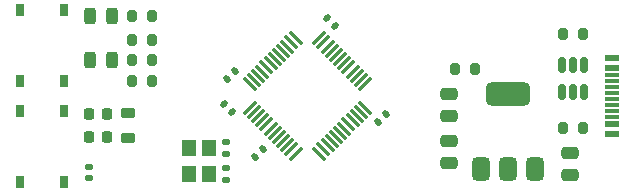
<source format=gbr>
%TF.GenerationSoftware,KiCad,Pcbnew,8.0.3*%
%TF.CreationDate,2024-06-30T21:57:39+02:00*%
%TF.ProjectId,black_pill,626c6163-6b5f-4706-996c-6c2e6b696361,rev?*%
%TF.SameCoordinates,Original*%
%TF.FileFunction,Paste,Top*%
%TF.FilePolarity,Positive*%
%FSLAX46Y46*%
G04 Gerber Fmt 4.6, Leading zero omitted, Abs format (unit mm)*
G04 Created by KiCad (PCBNEW 8.0.3) date 2024-06-30 21:57:39*
%MOMM*%
%LPD*%
G01*
G04 APERTURE LIST*
G04 Aperture macros list*
%AMRoundRect*
0 Rectangle with rounded corners*
0 $1 Rounding radius*
0 $2 $3 $4 $5 $6 $7 $8 $9 X,Y pos of 4 corners*
0 Add a 4 corners polygon primitive as box body*
4,1,4,$2,$3,$4,$5,$6,$7,$8,$9,$2,$3,0*
0 Add four circle primitives for the rounded corners*
1,1,$1+$1,$2,$3*
1,1,$1+$1,$4,$5*
1,1,$1+$1,$6,$7*
1,1,$1+$1,$8,$9*
0 Add four rect primitives between the rounded corners*
20,1,$1+$1,$2,$3,$4,$5,0*
20,1,$1+$1,$4,$5,$6,$7,0*
20,1,$1+$1,$6,$7,$8,$9,0*
20,1,$1+$1,$8,$9,$2,$3,0*%
G04 Aperture macros list end*
%ADD10RoundRect,0.140000X-0.219203X-0.021213X-0.021213X-0.219203X0.219203X0.021213X0.021213X0.219203X0*%
%ADD11RoundRect,0.075000X-0.415425X-0.521491X0.521491X0.415425X0.415425X0.521491X-0.521491X-0.415425X0*%
%ADD12RoundRect,0.075000X0.415425X-0.521491X0.521491X-0.415425X-0.415425X0.521491X-0.521491X0.415425X0*%
%ADD13RoundRect,0.140000X0.021213X-0.219203X0.219203X-0.021213X-0.021213X0.219203X-0.219203X0.021213X0*%
%ADD14R,1.240000X0.600000*%
%ADD15R,1.240000X0.300000*%
%ADD16RoundRect,0.200000X0.200000X0.275000X-0.200000X0.275000X-0.200000X-0.275000X0.200000X-0.275000X0*%
%ADD17R,0.750000X1.000000*%
%ADD18RoundRect,0.140000X0.219203X0.021213X0.021213X0.219203X-0.219203X-0.021213X-0.021213X-0.219203X0*%
%ADD19RoundRect,0.140000X-0.021213X0.219203X-0.219203X0.021213X0.021213X-0.219203X0.219203X-0.021213X0*%
%ADD20R,1.200000X1.400000*%
%ADD21RoundRect,0.140000X0.170000X-0.140000X0.170000X0.140000X-0.170000X0.140000X-0.170000X-0.140000X0*%
%ADD22RoundRect,0.225000X0.225000X0.250000X-0.225000X0.250000X-0.225000X-0.250000X0.225000X-0.250000X0*%
%ADD23RoundRect,0.140000X-0.170000X0.140000X-0.170000X-0.140000X0.170000X-0.140000X0.170000X0.140000X0*%
%ADD24RoundRect,0.243750X0.243750X0.456250X-0.243750X0.456250X-0.243750X-0.456250X0.243750X-0.456250X0*%
%ADD25RoundRect,0.250000X-0.475000X0.250000X-0.475000X-0.250000X0.475000X-0.250000X0.475000X0.250000X0*%
%ADD26RoundRect,0.218750X-0.381250X0.218750X-0.381250X-0.218750X0.381250X-0.218750X0.381250X0.218750X0*%
%ADD27RoundRect,0.200000X-0.200000X-0.275000X0.200000X-0.275000X0.200000X0.275000X-0.200000X0.275000X0*%
%ADD28RoundRect,0.375000X0.375000X-0.625000X0.375000X0.625000X-0.375000X0.625000X-0.375000X-0.625000X0*%
%ADD29RoundRect,0.500000X1.400000X-0.500000X1.400000X0.500000X-1.400000X0.500000X-1.400000X-0.500000X0*%
%ADD30RoundRect,0.150000X0.150000X-0.512500X0.150000X0.512500X-0.150000X0.512500X-0.150000X-0.512500X0*%
%ADD31RoundRect,0.250000X0.475000X-0.250000X0.475000X0.250000X-0.475000X0.250000X-0.475000X-0.250000X0*%
G04 APERTURE END LIST*
D10*
%TO.C,C4*%
X144160589Y-96410589D03*
X144839411Y-97089411D03*
%TD*%
D11*
%TO.C,U1*%
X137612124Y-103998788D03*
X137965678Y-104352342D03*
X138319231Y-104705895D03*
X138672785Y-105059449D03*
X139026338Y-105413002D03*
X139379891Y-105766555D03*
X139733445Y-106120109D03*
X140086998Y-106473662D03*
X140440551Y-106827215D03*
X140794105Y-107180769D03*
X141147658Y-107534322D03*
X141501212Y-107887876D03*
D12*
X143498788Y-107887876D03*
X143852342Y-107534322D03*
X144205895Y-107180769D03*
X144559449Y-106827215D03*
X144913002Y-106473662D03*
X145266555Y-106120109D03*
X145620109Y-105766555D03*
X145973662Y-105413002D03*
X146327215Y-105059449D03*
X146680769Y-104705895D03*
X147034322Y-104352342D03*
X147387876Y-103998788D03*
D11*
X147387876Y-102001212D03*
X147034322Y-101647658D03*
X146680769Y-101294105D03*
X146327215Y-100940551D03*
X145973662Y-100586998D03*
X145620109Y-100233445D03*
X145266555Y-99879891D03*
X144913002Y-99526338D03*
X144559449Y-99172785D03*
X144205895Y-98819231D03*
X143852342Y-98465678D03*
X143498788Y-98112124D03*
D12*
X141501212Y-98112124D03*
X141147658Y-98465678D03*
X140794105Y-98819231D03*
X140440551Y-99172785D03*
X140086998Y-99526338D03*
X139733445Y-99879891D03*
X139379891Y-100233445D03*
X139026338Y-100586998D03*
X138672785Y-100940551D03*
X138319231Y-101294105D03*
X137965678Y-101647658D03*
X137612124Y-102001212D03*
%TD*%
D13*
%TO.C,C5*%
X138060589Y-108139411D03*
X138739411Y-107460589D03*
%TD*%
D14*
%TO.C,J1*%
X168275000Y-106200000D03*
X168275000Y-105400000D03*
D15*
X168275000Y-104250000D03*
X168275000Y-103250000D03*
X168275000Y-102750000D03*
X168275000Y-101750000D03*
D14*
X168275000Y-100600000D03*
X168275000Y-99800000D03*
X168275000Y-99800000D03*
X168275000Y-100600000D03*
D15*
X168275000Y-101250000D03*
X168275000Y-102250000D03*
X168275000Y-103750000D03*
X168275000Y-104750000D03*
D14*
X168275000Y-105400000D03*
X168275000Y-106200000D03*
%TD*%
D16*
%TO.C,R3*%
X129325000Y-96250000D03*
X127675000Y-96250000D03*
%TD*%
D17*
%TO.C,SW1*%
X118125000Y-110250000D03*
X118125000Y-104250000D03*
X121875000Y-110250000D03*
X121875000Y-104250000D03*
%TD*%
D18*
%TO.C,C2*%
X136089411Y-104339411D03*
X135410589Y-103660589D03*
%TD*%
D17*
%TO.C,SW2*%
X121875000Y-95750000D03*
X121875000Y-101750000D03*
X118125000Y-95750000D03*
X118125000Y-101750000D03*
%TD*%
D19*
%TO.C,C3*%
X149178822Y-104571178D03*
X148500000Y-105250000D03*
%TD*%
D20*
%TO.C,Y1*%
X132435000Y-107400000D03*
X132435000Y-109600000D03*
X134135000Y-109600000D03*
X134135000Y-107400000D03*
%TD*%
D21*
%TO.C,C9*%
X135585000Y-107880000D03*
X135585000Y-106920000D03*
%TD*%
D22*
%TO.C,C7*%
X125525000Y-104500000D03*
X123975000Y-104500000D03*
%TD*%
D23*
%TO.C,C10*%
X135585000Y-109120000D03*
X135585000Y-110080000D03*
%TD*%
D21*
%TO.C,C11*%
X124000000Y-109980000D03*
X124000000Y-109020000D03*
%TD*%
D22*
%TO.C,C8*%
X125550000Y-106500000D03*
X124000000Y-106500000D03*
%TD*%
D24*
%TO.C,D1*%
X125937500Y-96250000D03*
X124062500Y-96250000D03*
%TD*%
D25*
%TO.C,C12*%
X164750000Y-107800000D03*
X164750000Y-109700000D03*
%TD*%
D16*
%TO.C,R2*%
X165825000Y-105750000D03*
X164175000Y-105750000D03*
%TD*%
D26*
%TO.C,FB1*%
X127275000Y-104437500D03*
X127275000Y-106562500D03*
%TD*%
D16*
%TO.C,R1*%
X165825000Y-97750000D03*
X164175000Y-97750000D03*
%TD*%
D27*
%TO.C,R4*%
X127675000Y-98250000D03*
X129325000Y-98250000D03*
%TD*%
D19*
%TO.C,C1*%
X136339411Y-100910589D03*
X135660589Y-101589411D03*
%TD*%
D16*
%TO.C,R5*%
X129331250Y-100000000D03*
X127681250Y-100000000D03*
%TD*%
%TO.C,R7*%
X156650000Y-100750000D03*
X155000000Y-100750000D03*
%TD*%
D28*
%TO.C,U2*%
X157200000Y-109150000D03*
X159500000Y-109150000D03*
D29*
X159500000Y-102850000D03*
D28*
X161800000Y-109150000D03*
%TD*%
D27*
%TO.C,R6*%
X127675000Y-101750000D03*
X129325000Y-101750000D03*
%TD*%
D30*
%TO.C,U3*%
X164050000Y-102637500D03*
X165000000Y-102637500D03*
X165950000Y-102637500D03*
X165950000Y-100362500D03*
X165000000Y-100362500D03*
X164050000Y-100362500D03*
%TD*%
D31*
%TO.C,C6*%
X154500000Y-104700000D03*
X154500000Y-102800000D03*
%TD*%
D24*
%TO.C,D2*%
X125943750Y-100000000D03*
X124068750Y-100000000D03*
%TD*%
D25*
%TO.C,C13*%
X154500000Y-106800000D03*
X154500000Y-108700000D03*
%TD*%
M02*

</source>
